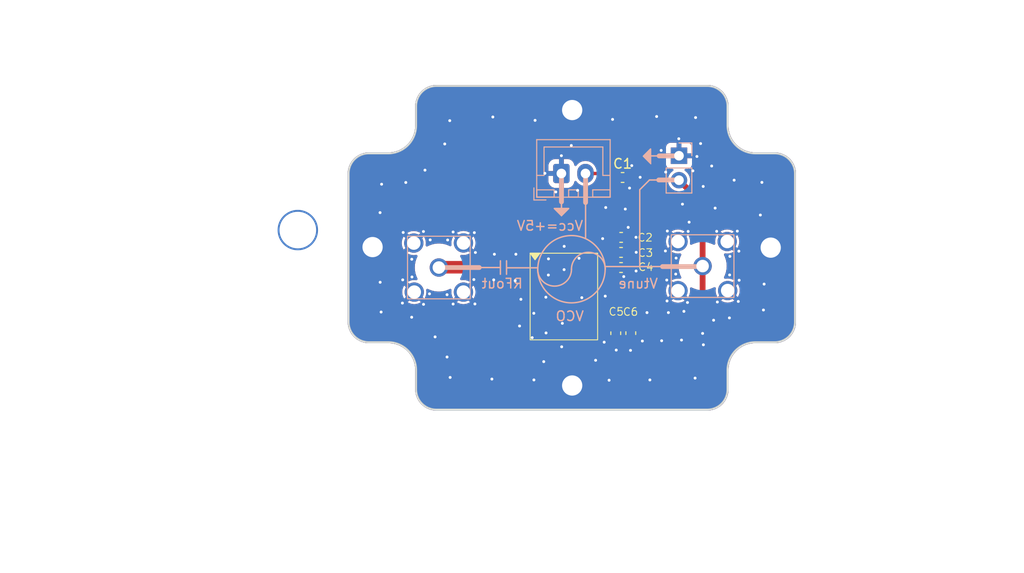
<source format=kicad_pcb>
(kicad_pcb (version 20240108) (generator "pcbnew") (generator_version "8.0")
  (layers (0 "F.Cu" signal) (31 "B.Cu" signal) (34 "B.Paste" user) (35 "F.Paste" user) (36 "B.SilkS" user "B.Silkscreen") (37 "F.SilkS" user "F.Silkscreen") (38 "B.Mask" user) (39 "F.Mask" user) (44 "Edge.Cuts" user))
  (net 0 "")
  (net 1 "GND")
  (net 2 "Net-(J1-Pin_2)")
  (net 3 "Net-(J2-Pin_2)")
  (net 4 "Net-(U1-RF)")
  (footprint "Capacitor_SMD:C_0603_1608Metric" (layer "F.Cu") (at 150.66 63.87)
    (property "Reference" "C2" (at 2.49 0.02 180) (layer "F.SilkS") (effects (font (size 0.8 0.8) (thickness 0.1))))
    (property "Value" "1uF")
    (fp_line (start -0.14058 -0.51) (end 0.14058 -0.51) (stroke (width 0.12)) (layer "F.SilkS"))
    (fp_line (start -0.14058 0.51) (end 0.14058 0.51) (stroke (width 0.12)) (layer "F.SilkS"))
    (pad "1" smd roundrect (at -0.775 0) (size 0.9 0.95) (layers "F.Cu" "F.Paste" "F.Mask") (net 2 "Net-(J1-Pin_2)"))
    (pad "2" smd roundrect (at 0.775 0) (size 0.9 0.95) (layers "F.Cu" "F.Paste" "F.Mask") (net 1 "GND"))
  )
  (footprint "Capacitor_SMD:C_0603_1608Metric" (layer "F.Cu") (at 150.81 57.65)
    (property "Reference" "C1" (at 0 -1.43 0) (layer "F.SilkS"))
    (property "Value" "10uF")
    (fp_line (start -0.14058 -0.51) (end 0.14058 -0.51) (stroke (width 0.12)) (layer "F.SilkS"))
    (fp_line (start -0.14058 0.51) (end 0.14058 0.51) (stroke (width 0.12)) (layer "F.SilkS"))
    (pad "1" smd roundrect (at -0.775 0) (size 0.9 0.95) (layers "F.Cu" "F.Paste" "F.Mask") (net 2 "Net-(J1-Pin_2)"))
    (pad "2" smd roundrect (at 0.775 0) (size 0.9 0.95) (layers "F.Cu" "F.Paste" "F.Mask") (net 1 "GND"))
  )
  (footprint "Capacitor_SMD:C_0603_1608Metric" (layer "F.Cu") (at 150.65 67)
    (property "Reference" "C4" (at 2.57 -0.05 180) (layer "F.SilkS") (effects (font (size 0.8 0.8) (thickness 0.1))))
    (property "Value" "0.1nF")
    (fp_line (start -0.14058 -0.51) (end 0.14058 -0.51) (stroke (width 0.12)) (layer "F.SilkS"))
    (fp_line (start -0.14058 0.51) (end 0.14058 0.51) (stroke (width 0.12)) (layer "F.SilkS"))
    (pad "1" smd roundrect (at -0.775 0) (size 0.9 0.95) (layers "F.Cu" "F.Paste" "F.Mask") (net 2 "Net-(J1-Pin_2)"))
    (pad "2" smd roundrect (at 0.775 0) (size 0.9 0.95) (layers "F.Cu" "F.Paste" "F.Mask") (net 1 "GND"))
  )
  (footprint "MUSIC_Lab:VCO_ysgm" (layer "F.Cu") (at 144.72 70.01)
    (property "Reference" "U1" (hide yes))
    (property "Value" "~" (hide yes))
    (fp_rect (start -3.5 -4.5) (end 3.5 4.5) (stroke (width 0.1)) (fill none) (layer "F.SilkS"))
    (fp_poly (pts (xy -3.5 -4.5) (xy -2.482684 -4.502684) (xy -2.992684 -3.812684)) (stroke (width 0.1)) (fill solid) (layer "F.SilkS"))
    (pad "1" smd roundrect (at 3.1 3) (size 1.6 1.6) (layers "F.Cu" "F.Paste" "F.Mask") (net 3 "Net-(J2-Pin_2)"))
    (pad "2" smd roundrect (at 3.1 0) (size 1.6 2.6) (layers "F.Cu" "F.Paste" "F.Mask") (net 1 "GND"))
    (pad "3" smd roundrect (at 3.1 -3) (size 1.6 1.6) (layers "F.Cu" "F.Paste" "F.Mask") (net 2 "Net-(J1-Pin_2)"))
    (pad "4" smd roundrect (at 0 -4.05) (size 2 1.5) (layers "F.Cu" "F.Paste" "F.Mask") (net 1 "GND"))
    (pad "5" smd roundrect (at -3.1 -3) (size 1.6 1.6) (layers "F.Cu" "F.Paste" "F.Mask") (net 4 "Net-(U1-RF)"))
    (pad "6" smd roundrect (at -3.1 0) (size 1.6 2.6) (layers "F.Cu" "F.Paste" "F.Mask") (net 1 "GND"))
    (pad "7" smd roundrect (at -3.1 3) (size 1.6 1.6) (layers "F.Cu" "F.Paste" "F.Mask") (net 1 "GND"))
    (pad "8" smd roundrect (at 0 4.05) (size 2 1.5) (layers "F.Cu" "F.Paste" "F.Mask") (net 1 "GND"))
  )
  (footprint "Capacitor_SMD:C_0603_1608Metric" (layer "F.Cu") (at 150.65 65.43)
    (property "Reference" "C3" (at 2.54 0.0508 180) (layer "F.SilkS") (effects (font (size 0.8 0.8) (thickness 0.1))))
    (property "Value" "0.1uF")
    (fp_line (start -0.14058 -0.51) (end 0.14058 -0.51) (stroke (width 0.12)) (layer "F.SilkS"))
    (fp_line (start -0.14058 0.51) (end 0.14058 0.51) (stroke (width 0.12)) (layer "F.SilkS"))
    (pad "1" smd roundrect (at -0.775 0) (size 0.9 0.95) (layers "F.Cu" "F.Paste" "F.Mask") (net 2 "Net-(J1-Pin_2)"))
    (pad "2" smd roundrect (at 0.775 0) (size 0.9 0.95) (layers "F.Cu" "F.Paste" "F.Mask") (net 1 "GND"))
  )
  (footprint "Capacitor_SMD:C_0603_1608Metric" (layer "F.Cu") (at 151.66 73.81 -90)
    (property "Reference" "C6" (at -2.2098 0.0254 180) (layer "F.SilkS") (effects (font (size 0.8 0.8) (thickness 0.1))))
    (property "Value" "10uF")
    (fp_line (start -0.14058 0.51) (end 0.14058 0.51) (stroke (width 0.12)) (layer "F.SilkS"))
    (fp_line (start -0.14058 -0.51) (end 0.14058 -0.51) (stroke (width 0.12)) (layer "F.SilkS"))
    (pad "1" smd roundrect (at -0.775 0 270) (size 0.9 0.95) (layers "F.Cu" "F.Paste" "F.Mask") (net 3 "Net-(J2-Pin_2)"))
    (pad "2" smd roundrect (at 0.775 0 270) (size 0.9 0.95) (layers "F.Cu" "F.Paste" "F.Mask") (net 1 "GND"))
  )
  (footprint "MUSIC_Lab:Outline_3x2_cavity_20231207" (layer "F.Cu") (at 86.475614 65.779733)
    (property "Reference" "outline1" (hide yes))
    (property "Value" "~" (hide yes))
    (fp_poly (pts (arc (start 40.014266 -10.63046) (mid 42.065222 -11.479792) (end 42.915266 -13.53046)) (arc (start 42.915266 -15.53146) (mid 43.519059 -17.004615) (end 44.983086 -17.630228)) (arc (start 73.218048 -17.630228) (mid 74.636163 -16.979894) (end 75.215266 -15.531228)) (arc (start 75.215266 -13.53046) (mid 76.065266 -11.479773) (end 78.116266 -10.63046)) (arc (start 80.115266 -10.63046) (mid 81.600154 -10.015368) (end 82.215266 -8.53046)) (arc (start 82.215266 6.870172) (mid 81.600201 8.355102) (end 80.115266 8.970172)) (arc (start 78.116266 8.970172) (mid 76.065327 9.819526) (end 75.215266 11.870172)) (arc (start 75.215266 13.871172) (mid 74.600141 15.355749) (end 73.115266 15.970172)) (arc (start 45.015266 15.970172) (mid 43.530389 15.355755) (end 42.915266 13.871171)) (arc (start 42.915266 11.870171) (mid 42.065217 9.819513) (end 40.014266 8.970171)) (arc (start 38.015266 8.970171) (mid 36.530329 8.355108) (end 35.915266 6.870171)) (arc (start 35.915266 -8.53046) (mid 36.530335 -10.015387) (end 38.015266 -10.63046))) (stroke (width 0.2)) (fill none) (layer "Edge.Cuts"))
    (pad "1" thru_hole circle (at 38.398739 -0.903309) (size 3 3) (drill 2.1) (layers "*.Cu" "*.Mask") (net 1 "GND"))
    (pad "1" thru_hole custom (at 59.10404 -15.129639) (size 3 3) (drill 2.1) (layers "*.Cu" "*.Mask") (net 1 "GND") (options (clearance outline) (anchor circle)) (primitives (gr_rect (start -14.1641 -2.491458) (end 14.10596 -0.489264) (width 0.2) (fill yes)) (gr_line (start -14.117481 -2.5) (end -14.117481 -2.5) (width 0.2)) (gr_arc (start -3.872983 -0.5) (mid -2.954391 -0.185897) (end -2.420613 0.625) (width 0.2)) (gr_arc (start 2.420614 0.625) (mid 0 2.499999) (end -2.420614 0.625) (width 0.2)) (gr_arc (start 2.420614 0.625) (mid 2.954419 -0.185861) (end 3.872983 -0.5) (width 0.2)) (gr_arc (start 12.614699 -0.5) (mid 13.675348 -0.060649) (end 14.1147 0.999999) (width 0.2)) (gr_line (start 14.114699 1.600113) (end 14.114699 0.999999) (width 0.2)) (gr_arc (start 14.117481 -2.5) (mid 15.535602 -1.849667) (end 16.114706 -0.401) (width 0.2)) (gr_line (start 16.114699 1.599768) (end 16.114699 -0.401) (width 0.2)) (gr_arc (start 19.015699 4.499768) (mid 16.964748 3.650436) (end 16.114732 1.599768) (width 0.2)) (gr_line (start 21.014699 4.499768) (end 19.015699 4.499768) (width 0.2)) (gr_arc (start 19.015699 6.499768) (mid 15.550636 5.06478) (end 14.114692 1.600113) (width 0.2)) (gr_line (start 19.614699 6.499768) (end 19.015699 6.499768) (width 0.2)) (gr_arc (start 19.614699 6.499768) (mid 20.675371 6.939106) (end 21.114732 7.999768) (width 0.2)) (gr_rect (start 21.075272 6.569293) (end 23.114699 22.0004) (width 0.2) (fill yes)) (gr_arc (start 19.990449 16.720375) (mid 20.800747 17.25433) (end 21.114695 18.17255) (width 0.2)) (gr_arc (start 19.990449 16.720375) (mid 18.116681 14.300081) (end 19.990447 11.879785) (width 0.2)) (gr_arc (start 21.014699 4.499768) (mid 22.499635 5.114841) (end 23.114732 6.599768) (width 0.2)) (gr_arc (start 21.114699 10.427617) (mid 20.800784 11.34586) (end 19.990445 11.879775) (width 0.2)) (gr_arc (start 21.114699 20.6004) (mid 20.675365 21.661066) (end 19.614699 22.100399) (width 0.2)) (gr_line (start 19.614699 22.1004) (end 19.015699 22.1004) (width 0.2)) (gr_arc (start 14.114699 27.000055) (mid 15.550667 23.535417) (end 19.015699 22.100399) (width 0.2)) (gr_line (start 14.114699 27.000055) (end 14.114699 27.6004) (width 0.2)) (gr_arc (start 14.114699 27.6004) (mid 13.675365 28.661066) (end 12.614699 29.100399) (width 0.2)) (gr_rect (start -14.085301 29.100168) (end 14.074699 31.1004) (width 0.2) (fill yes)) (gr_arc (start -14.085301 31.1004) (mid -15.570176 30.485982) (end -16.185301 29.001399) (width 0.2)) (gr_line (start -16.185301 27.000399) (end -16.185301 29.001399) (width 0.2)) (gr_arc (start -19.086301 24.100399) (mid -17.035349 24.94974) (end -16.185301 27.000399) (width 0.2)) (gr_line (start -21.085301 24.100399) (end -19.086301 24.100399) (width 0.2)) (gr_arc (start -21.085301 24.100399) (mid -22.570236 23.485334) (end -23.185301 22.000399) (width 0.2)) (gr_rect (start -23.183263 6.46226) (end -21.185301 21.990399) (width 0.2) (fill yes)) (gr_line (start -23.185301 6.599768) (end -23.185301 6.599768) (width 0.2)) (gr_arc (start -19.685301 22.100399) (mid -20.745973 21.661071) (end -21.185301 20.600399) (width 0.2)) (gr_line (start -19.685301 22.100399) (end -19.086301 22.100399) (width 0.2)) (gr_arc (start -19.086301 22.100399) (mid -15.621245 23.535393) (end -14.185301 27.000055) (width 0.2)) (gr_line (start -14.185301 27.000055) (end -14.185301 27.6004) (width 0.2)) (gr_arc (start -12.685301 29.1004) (mid -13.745973 28.661072) (end -14.185301 27.6004) (width 0.2)) (gr_arc (start -2.421076 27.974326) (mid -2.95473 28.785908) (end -3.873722 29.1004) (width 0.2)) (gr_arc (start -2.421076 27.974326) (mid 0 26.097536) (end 2.421076 27.974326) (width 0.2)) (gr_arc (start 3.873722 29.1004) (mid 2.954756 28.785874) (end 2.421077 27.974326) (width 0.2)) (gr_arc (start 16.114699 29.0014) (mid 15.499568 30.485976) (end 14.014699 31.100399) (width 0.2)) (gr_line (start 16.114699 27.0004) (end 16.114699 29.0014) (width 0.2)) (gr_arc (start 16.114699 27.0004) (mid 16.964759 24.949753) (end 19.015699 24.100399) (width 0.2)) (gr_line (start 21.014699 24.1004) (end 19.015699 24.1004) (width 0.2)) (gr_arc (start 23.114699 22.0004) (mid 22.499629 23.48533) (end 21.014699 24.100399) (width 0.2)) (gr_circle (center 0 0) (end 1 0) (width 0.2) (fill no)) (gr_circle (center 0 28.597536) (end 1 28.597536) (width 0.2) (fill no)) (gr_circle (center 20.616699 14.300084) (end 21.616699 14.300084) (width 0.2) (fill no)) (gr_poly (pts (xy -19.685301 14.300084) (xy -19.704516 14.104994) (xy -19.761421 13.917401) (xy -19.853831 13.744514) (xy -19.978194 13.592977) (xy -20.129731 13.468614) (xy -20.302618 13.376204) (xy -20.490211 13.319299) (xy -20.685301 13.300084) (xy -20.880391 13.319299) (xy -21.067984 13.376204) (xy -21.240871 13.468614) (xy -21.392408 13.592977) (xy -21.516771 13.744514) (xy -21.609181 13.917401) (xy -21.666086 14.104994) (xy -21.685301 14.300084) (xy -21.666086 14.495174) (xy -21.609181 14.682767) (xy -21.516771 14.855654) (xy -21.392408 15.007191) (xy -21.240871 15.131554) (xy -21.067984 15.223964) (xy -20.880391 15.280869) (xy -20.685301 15.300084) (xy -20.490211 15.280869) (xy -20.302618 15.223964) (xy -20.129731 15.131554) (xy -19.978194 15.007191) (xy -19.853831 14.855654) (xy -19.761421 14.682767) (xy -19.704516 14.495174) (xy -19.685301 14.300084)) (width 0.2) (fill no)) (gr_poly (pts (xy -23.17404 10.239639) (arc (start -21.185301 10.4271) (mid -20.87116 11.345664) (end -20.060301 11.879469)) (arc (start -20.060301 11.879469) (mid -18.185305 14.30008) (end -20.060301 16.720698)) (arc (start -20.060301 16.720698) (mid -20.871162 17.254503) (end -21.185301 18.173067)) (xy -23.18404 18.199639)) (width 0.2) (fill yes)) (gr_poly (pts (xy -4.061183 31.089139) (arc (start -3.873722 29.1004) (mid -2.955158 28.786259) (end -2.421353 27.9754)) (arc (start -2.421353 27.9754) (mid -0.000742 26.100404) (end 2.419876 27.9754)) (arc (start 2.419876 27.9754) (mid 2.953681 28.786261) (end 3.872245 29.1004)) (xy 3.898817 31.099139)) (width 0.2) (fill yes)) (gr_poly (pts (xy 4.254003 -2.479042) (arc (start 4.066542 -0.490303) (mid 3.147978 -0.176162) (end 2.614173 0.634697)) (arc (start 2.614173 0.634697) (mid 0.193562 2.509693) (end -2.227056 0.634697)) (arc (start -2.227056 0.634697) (mid -2.760861 -0.176164) (end -3.679425 -0.490303)) (xy -3.705997 -2.489042)) (width 0.2) (fill yes)) (gr_poly (pts (xy 23.103438 18.360011) (arc (start 21.114699 18.17255) (mid 20.800558 17.253986) (end 19.989699 16.720181)) (arc (start 19.989699 16.720181) (mid 18.114703 14.29957) (end 19.989699 11.878952)) (arc (start 19.989699 11.878952) (mid 20.80056 11.345147) (end 21.114699 10.426583)) (xy 23.113438 10.400011)) (width 0.2) (fill yes)) (gr_poly (pts (arc (start -19.085188 22.100399) (mid -15.620532 23.536352) (end -14.185533 27.001399)) (arc (start -14.185533 27.600399) (mid -13.746198 28.661067) (end -12.685533 29.100399)) (arc (start -14.085533 31.100399) (mid -15.570462 30.485331) (end -16.185533 29.000399)) (arc (start -16.185533 27.001399) (mid -17.034868 24.950444) (end -19.085533 24.100399)) (arc (start -21.086533 24.100399) (mid -22.55969 23.496607) (end -23.185301 22.032579)) (arc (start -21.185301 20.600399) (mid -20.745958 21.661049) (end -19.685302 22.100399))) (width 0.2) (fill yes)) (gr_poly (pts (arc (start -14.185301 1.600113) (mid -15.621254 5.064769) (end -19.086301 6.499768)) (arc (start -19.685301 6.499768) (mid -20.745969 6.939103) (end -21.185301 7.999768)) (arc (start -23.185301 6.599768) (mid -22.570233 5.114839) (end -21.085301 4.499768)) (arc (start -19.086301 4.499768) (mid -17.035346 3.650433) (end -16.185301 1.599768)) (arc (start -16.185301 -0.401232) (mid -15.581509 -1.874389) (end -14.117481 -2.5)) (arc (start -12.685301 -0.5) (mid -13.745951 -0.060657) (end -14.185301 0.999999))) (width 0.2) (fill yes)) (gr_poly (pts (arc (start 14.114699 27.000055) (mid 15.550652 23.535399) (end 19.015699 22.1004)) (arc (start 19.614699 22.1004) (mid 20.675367 21.661065) (end 21.114699 20.6004)) (arc (start 23.114699 22.0004) (mid 22.499631 23.485329) (end 21.014699 24.1004)) (arc (start 19.015699 24.1004) (mid 16.964744 24.949735) (end 16.114699 27.0004)) (arc (start 16.114699 29.0014) (mid 15.510907 30.474557) (end 14.046879 31.100168)) (arc (start 12.614699 29.100168) (mid 13.675349 28.660825) (end 14.114699 27.600169))) (width 0.2) (fill yes)) (gr_poly (pts (arc (start 19.014354 6.5) (mid 15.549698 5.064047) (end 14.114699 1.599)) (arc (start 14.114699 1) (mid 13.675364 -0.060668) (end 12.614699 -0.5)) (arc (start 14.014699 -2.5) (mid 15.499628 -1.884932) (end 16.114699 -0.4)) (arc (start 16.114699 1.599) (mid 16.964034 3.649955) (end 19.014699 4.5)) (arc (start 21.015699 4.5) (mid 22.488856 5.103792) (end 23.114467 6.56782)) (arc (start 21.114467 8) (mid 20.675124 6.93935) (end 19.614468 6.5))) (width 0.2) (fill yes))))
    (pad "1" thru_hole circle (at 59.10404 13.467897) (size 3 3) (drill 2.1) (layers "*.Cu" "*.Mask") (net 1 "GND"))
    (pad "1" thru_hole circle (at 79.699312 -0.844793) (size 3 3) (drill 2.1) (layers "*.Cu" "*.Mask") (net 1 "GND"))
  )
  (footprint "Capacitor_SMD:C_0603_1608Metric" (layer "F.Cu") (at 150.1 73.82 -90)
    (property "Reference" "C5" (at -2.2352 -0.0508 180) (layer "F.SilkS") (effects (font (size 0.8 0.8) (thickness 0.1))))
    (property "Value" "1uF")
    (fp_line (start -0.14058 0.51) (end 0.14058 0.51) (stroke (width 0.12)) (layer "F.SilkS"))
    (fp_line (start -0.14058 -0.51) (end 0.14058 -0.51) (stroke (width 0.12)) (layer "F.SilkS"))
    (pad "1" smd roundrect (at -0.775 0 270) (size 0.9 0.95) (layers "F.Cu" "F.Paste" "F.Mask") (net 3 "Net-(J2-Pin_2)"))
    (pad "2" smd roundrect (at 0.775 0 270) (size 0.9 0.95) (layers "F.Cu" "F.Paste" "F.Mask") (net 1 "GND"))
  )
  (footprint "Connector_JST:JST_XH_B2B-XH-A_1x02_P2.50mm_Vertical" (layer "B.Cu") (at 144.46 57.235)
    (property "Reference" "J1" (hide yes))
    (property "Value" "Conn_01x02_Pin")
    (fp_line (start -2.85 1.5) (end -2.85 2.75) (stroke (width 0.12)) (layer "B.SilkS"))
    (fp_line (start -2.85 2.75) (end -1.6 2.75) (stroke (width 0.12)) (layer "B.SilkS"))
    (fp_line (start -2.56 -3.51) (end -2.56 2.46) (stroke (width 0.12)) (layer "B.SilkS"))
    (fp_line (start -2.56 2.46) (end 5.06 2.46) (stroke (width 0.12)) (layer "B.SilkS"))
    (fp_line (start -2.55 1.7) (end -2.55 2.45) (stroke (width 0.12)) (layer "B.SilkS"))
    (fp_line (start -2.55 2.45) (end -0.75 2.45) (stroke (width 0.12)) (layer "B.SilkS"))
    (fp_line (start -1.8 -2.75) (end -1.8 0.2) (stroke (width 0.12)) (layer "B.SilkS"))
    (fp_line (start -1.8 0.2) (end -2.55 0.2) (stroke (width 0.12)) (layer "B.SilkS"))
    (fp_line (start -0.75 1.7) (end -2.55 1.7) (stroke (width 0.12)) (layer "B.SilkS"))
    (fp_line (start -0.75 2.45) (end -0.75 1.7) (stroke (width 0.12)) (layer "B.SilkS"))
    (fp_line (start 0.75 1.7) (end 0.75 2.45) (stroke (width 0.12)) (layer "B.SilkS"))
    (fp_line (start 0.75 2.45) (end 1.75 2.45) (stroke (width 0.12)) (layer "B.SilkS"))
    (fp_line (start 1.25 -2.75) (end -1.8 -2.75) (stroke (width 0.12)) (layer "B.SilkS"))
    (fp_line (start 1.25 -2.75) (end 4.3 -2.75) (stroke (width 0.12)) (layer "B.SilkS"))
    (fp_line (start 1.75 1.7) (end 0.75 1.7) (stroke (width 0.12)) (layer "B.SilkS"))
    (fp_line (start 1.75 2.45) (end 1.75 1.7) (stroke (width 0.12)) (layer "B.SilkS"))
    (fp_line (start 3.25 1.7) (end 3.25 2.45) (stroke (width 0.12)) (layer "B.SilkS"))
    (fp_line (start 3.25 2.45) (end 5.05 2.45) (stroke (width 0.12)) (layer "B.SilkS"))
    (fp_line (start 4.3 -2.75) (end 4.3 0.2) (stroke (width 0.12)) (layer "B.SilkS"))
    (fp_line (start 4.3 0.2) (end 5.05 0.2) (stroke (width 0.12)) (layer "B.SilkS"))
    (fp_line (start 5.05 1.7) (end 3.25 1.7) (stroke (width 0.12)) (layer "B.SilkS"))
    (fp_line (start 5.05 2.45) (end 5.05 1.7) (stroke (width 0.12)) (layer "B.SilkS"))
    (fp_line (start 5.06 -3.51) (end -2.56 -3.51) (stroke (width 0.12)) (layer "B.SilkS"))
    (fp_line (start 5.06 2.46) (end 5.06 -3.51) (stroke (width 0.12)) (layer "B.SilkS"))
    (pad "1" thru_hole roundrect (at 0 0) (size 1.7 2) (drill 1) (layers "*.Cu" "*.Mask") (roundrect_rratio 0.147059) (net 1 "GND"))
    (pad "2" thru_hole oval (at 2.5 0) (size 1.7 2) (drill 1) (layers "*.Cu" "*.Mask") (net 2 "Net-(J1-Pin_2)"))
  )
  (footprint "MUSIC_Lab:SMA_KHD_Back" (layer "B.Cu") (at 131.75 67)
    (property "Reference" "SMA1" (hide yes))
    (property "Value" "~" (hide yes))
    (fp_rect (start 3.25 -3.25) (end -3.25 3.25) (stroke (width 0.12)) (fill none) (layer "B.SilkS"))
    (pad "1" thru_hole circle (at 0 0) (size 1.9 1.9) (drill 1.3) (layers "*.Cu" "*.Mask") (net 4 "Net-(U1-RF)"))
    (pad "2" thru_hole circle (at -2.6 -2.54) (size 2 2) (drill 1.4) (layers "*.Cu" "*.Mask") (net 1 "GND") (thermal_bridge_width 0.5) (thermal_gap 0.25))
    (pad "2" thru_hole circle (at -2.55 2.55) (size 2 2) (drill 1.4) (layers "*.Cu" "*.Mask") (net 1 "GND") (thermal_bridge_width 0.5) (thermal_gap 0.25))
    (pad "2" thru_hole circle (at 2.55 -2.55) (size 2 2) (drill 1.4) (layers "*.Cu" "*.Mask") (net 1 "GND") (thermal_bridge_width 0.5) (thermal_gap 0.25))
    (pad "2" thru_hole circle (at 2.55 2.55) (size 2 2) (drill 1.4) (layers "*.Cu" "*.Mask") (net 1 "GND") (thermal_bridge_width 0.5) (thermal_gap 0.25))
    (zone (net 0) (net_name "") (layers "*.Cu") (connect_pads (clearance 0)) (min_thickness 0.25)
      (keepout (tracks allowed) (vias not_allowed) (pads allowed) (copperpour not_allowed) (footprints allowed))
      (fill (thermal_gap 0.5) (thermal_bridge_width 0.5))
      (polygon (pts (xy 134.25 67) (xy 134.230287 67.313333) (xy 134.171458 67.621725) (xy 134.074441 67.920311) (xy 133.940767 68.204384) (xy 133.772542 68.469463) (xy 133.572422 68.711368) (xy 133.34356 68.926283) (xy 133.089567 69.11082) (xy 132.814448 69.262068) (xy 132.522542 69.377641) (xy 132.218453 69.455718) (xy 131.906976 69.495067) (xy 131.593024 69.495067) (xy 131.281547 69.455718) (xy 130.977458 69.377641) (xy 130.685552 69.262068) (xy 130.410433 69.11082) (xy 130.15644 68.926283) (xy 129.927578 68.711368) (xy 129.727458 68.469463) (xy 129.559233 68.204384) (xy 129.425559 67.920311) (xy 129.328542 67.621725) (xy 129.269713 67.313333) (xy 129.25 67) (xy 129.269713 66.686667) (xy 129.328542 66.378275) (xy 129.425559 66.079689) (xy 129.559233 65.795616) (xy 129.727458 65.530537) (xy 129.927578 65.288632) (xy 130.15644 65.073717) (xy 130.410433 64.88918) (xy 130.685552 64.737932) (xy 130.977458 64.622359) (xy 131.281547 64.544282) (xy 131.593024 64.504933) (xy 131.906976 64.504933) (xy 132.218453 64.544282) (xy 132.522542 64.622359) (xy 132.814448 64.737932) (xy 133.089567 64.88918) (xy 133.34356 65.073717) (xy 133.572422 65.288632) (xy 133.772542 65.530537) (xy 133.940767 65.795616) (xy 134.074441 66.079689) (xy 134.171458 66.378275) (xy 134.230287 66.686667)))
    )
  )
  (footprint "Connector_PinHeader_2.54mm:PinHeader_1x02_P2.54mm_Vertical" (layer "B.Cu") (at 156.66 55.395 180)
    (property "Reference" "J2" (hide yes))
    (property "Value" "Conn_01x02_Pin")
    (fp_line (start 1.33 -1.27) (end -1.33 -1.27) (stroke (width 0.12)) (layer "B.SilkS"))
    (fp_line (start 1.33 -3.87) (end 1.33 -1.27) (stroke (width 0.12)) (layer "B.SilkS"))
    (fp_line (start 1.33 -3.87) (end -1.33 -3.87) (stroke (width 0.12)) (layer "B.SilkS"))
    (fp_line (start 0 1.33) (end -1.33 1.33) (stroke (width 0.12)) (layer "B.SilkS"))
    (fp_line (start -1.33 1.33) (end -1.33 0) (stroke (width 0.12)) (layer "B.SilkS"))
    (fp_line (start -1.33 -3.87) (end -1.33 -1.27) (stroke (width 0.12)) (layer "B.SilkS"))
    (pad "1" thru_hole rect (at 0 0 180) (size 1.7 1.7) (drill 1) (layers "*.Cu" "*.Mask") (net 1 "GND"))
    (pad "2" thru_hole oval (at 0 -2.54 180) (size 1.7 1.7) (drill 1) (layers "*.Cu" "*.Mask") (net 3 "Net-(J2-Pin_2)"))
  )
  (footprint "MUSIC_Lab:SMA_KHD_Back" (layer "B.Cu") (at 159.11 66.85 180)
    (property "Reference" "SMA2" (hide yes))
    (property "Value" "~" (hide yes))
    (fp_rect (start 3.25 -3.25) (end -3.25 3.25) (stroke (width 0.12)) (fill none) (layer "B.SilkS"))
    (pad "1" thru_hole circle (at 0 0 180) (size 1.9 1.9) (drill 1.3) (layers "*.Cu" "*.Mask") (net 3 "Net-(J2-Pin_2)"))
    (pad "2" thru_hole circle (at -2.6 -2.54 180) (size 2 2) (drill 1.4) (layers "*.Cu" "*.Mask") (net 1 "GND") (thermal_bridge_width 0.5) (thermal_gap 0.25))
    (pad "2" thru_hole circle (at -2.55 2.55 180) (size 2 2) (drill 1.4) (layers "*.Cu" "*.Mask") (net 1 "GND") (thermal_bridge_width 0.5) (thermal_gap 0.25))
    (pad "2" thru_hole circle (at 2.55 -2.55 180) (size 2 2) (drill 1.4) (layers "*.Cu" "*.Mask") (net 1 "GND") (thermal_bridge_width 0.5) (thermal_gap 0.25))
    (pad "2" thru_hole circle (at 2.55 2.55 180) (size 2 2) (drill 1.4) (layers "*.Cu" "*.Mask") (net 1 "GND") (thermal_bridge_width 0.5) (thermal_gap 0.25))
    (zone (net 0) (net_name "") (layers "*.Cu") (connect_pads (clearance 0)) (min_thickness 0.25)
      (keepout (tracks allowed) (vias not_allowed) (pads allowed) (copperpour not_allowed) (footprints allowed))
      (fill (thermal_gap 0.5) (thermal_bridge_width 0.5))
      (polygon (pts (xy 156.61 66.85) (xy 156.629713 66.536667) (xy 156.688542 66.228275) (xy 156.785559 65.929689) (xy 156.919233 65.645616) (xy 157.087458 65.380537) (xy 157.287578 65.138632) (xy 157.51644 64.923717) (xy 157.770433 64.73918) (xy 158.045552 64.587932) (xy 158.337458 64.472359) (xy 158.641547 64.394282) (xy 158.953024 64.354933) (xy 159.266976 64.354933) (xy 159.578453 64.394282) (xy 159.882542 64.472359) (xy 160.174448 64.587932) (xy 160.449567 64.73918) (xy 160.70356 64.923717) (xy 160.932422 65.138632) (xy 161.132542 65.380537) (xy 161.300767 65.645616) (xy 161.434441 65.929689) (xy 161.531458 66.228275) (xy 161.590287 66.536667) (xy 161.61 66.85) (xy 161.590287 67.163333) (xy 161.531458 67.471725) (xy 161.434441 67.770311) (xy 161.300767 68.054384) (xy 161.132542 68.319463) (xy 160.932422 68.561368) (xy 160.70356 68.776283) (xy 160.449567 68.96082) (xy 160.174448 69.112068) (xy 159.882542 69.227641) (xy 159.578453 69.305718) (xy 159.266976 69.345067) (xy 158.953024 69.345067) (xy 158.641547 69.305718) (xy 158.337458 69.227641) (xy 158.045552 69.112068) (xy 157.770433 68.96082) (xy 157.51644 68.776283) (xy 157.287578 68.561368) (xy 157.087458 68.319463) (xy 156.919233 68.054384) (xy 156.785559 67.770311) (xy 156.688542 67.471725) (xy 156.629713 67.163333)))
    )
  )
  (gr_circle (center 117.12 63.11) (end 119.12 63.11) (stroke (width 0.2)) (fill none) (layer "B.Cu"))
  (gr_line (start 144.47 60.18) (end 144.47 57.3602) (stroke (width 0.5)) (layer "B.SilkS"))
  (gr_circle (center 145.50612 67.17388) (end 143.03612 69.64388) (stroke (width 0.15)) (fill none) (layer "B.SilkS"))
  (gr_line (start 146.97 57.3295) (end 146.97 60.2505) (stroke (width 0.5)) (layer "B.SilkS"))
  (gr_line (start 152.59 66.91) (end 152.59 58.92) (stroke (width 0.15)) (layer "B.SilkS"))
  (gr_line (start 153.71 55.41) (end 154.6 55.41) (stroke (width 0.15)) (layer "B.SilkS"))
  (gr_line (start 135.936 67) (end 138.1348 67) (stroke (width 0.15)) (layer "B.SilkS"))
  (gr_line (start 132.04 67) (end 135.936 67) (stroke (width 0.5)) (layer "B.SilkS"))
  (gr_line (start 159.03 66.9) (end 154.95 66.9) (stroke (width 0.5)) (layer "B.SilkS"))
  (gr_poly (pts (xy 145.2135 60.87) (xy 143.7265 60.87) (xy 144.47 61.6135)) (stroke (width 0.15)) (fill solid) (layer "B.SilkS"))
  (gr_arc (start 145.50612 67.17388) (mid 143.75224 68.927759) (end 141.99836 67.17388) (stroke (width 0.15)) (layer "B.SilkS"))
  (gr_line (start 153.6 57.91) (end 152.618414 58.891586) (stroke (width 0.15)) (layer "B.SilkS"))
  (gr_line (start 154.6 55.41) (end 156.6733 55.41) (stroke (width 0.5)) (layer "B.SilkS"))
  (gr_line (start 138.1348 66.3015) (end 138.1348 67.6985) (stroke (width 0.15)) (layer "B.SilkS"))
  (gr_line (start 142 67.027818) (end 138.833618 67.027818) (stroke (width 0.15)) (layer "B.SilkS"))
  (gr_line (start 138.769798 66.3015) (end 138.769798 67.6985) (stroke (width 0.15)) (layer "B.SilkS"))
  (gr_line (start 146.97 60.5299) (end 146.97 63.89) (stroke (width 0.15)) (layer "B.SilkS"))
  (gr_line (start 156.703999 57.91) (end 154.56 57.91) (stroke (width 0.5)) (layer "B.SilkS"))
  (gr_line (start 144.47 60.87) (end 144.47 59.7355) (stroke (width 0.15)) (layer "B.SilkS"))
  (gr_poly (pts (xy 153.71 56.1835) (xy 153.71 54.6965) (xy 152.9665 55.44)) (stroke (width 0.15)) (fill solid) (layer "B.SilkS"))
  (gr_line (start 153.6 57.91) (end 154.56 57.91) (stroke (width 0.15)) (layer "B.SilkS"))
  (gr_arc (start 145.50612 67.17388) (mid 147.26 65.42) (end 149.01388 67.17388) (stroke (width 0.15)) (layer "B.SilkS"))
  (gr_line (start 149.09 66.9) (end 154.95 66.9) (stroke (width 0.15)) (layer "B.SilkS"))
  (gr_text "RFout" (at 140.54 69.25 0) (layer "B.SilkS") (effects (font (size 1 1)) (justify left bottom mirror)))
  (gr_text "Vcc=+5V" (at 146.8 63.25 0) (layer "B.SilkS") (effects (font (size 1 1)) (justify left bottom mirror)))
  (gr_text "VCO" (at 145.33 72.05 0) (layer "B.SilkS") (effects (font (size 1 1)) (justify mirror)))
  (gr_text "Vtune" (at 154.56 69.25 0) (layer "B.SilkS") (effects (font (size 1 1)) (justify left bottom mirror)))
  (segment (start 148.520094 50.650094) (end 149.6 51.73) (width 1.25) (layer "F.Cu") (net 1))
  (segment (start 142.639906 50.650094) (end 141.52 51.77) (width 1.25) (layer "F.Cu") (net 1))
  (segment (start 145.579654 50.650094) (end 148.520094 50.650094) (width 1.25) (layer "F.Cu") (net 1))
  (segment (start 166.174926 63.154926) (end 165.32 62.3) (width 1.25) (layer "F.Cu") (net 1))
  (segment (start 145.579654 79.24763) (end 147.977284 76.85) (width 1.25) (layer "F.Cu") (net 1))
  (segment (start 124.874353 64.876424) (end 127.127929 67.13) (width 1.25) (layer "F.Cu") (net 1))
  (segment (start 144.079654 77.74763) (end 143.10763 77.74763) (width 1.25) (layer "F.Cu") (net 1))
  (segment (start 127.127929 67.13) (end 127.73 67.13) (width 1.25) (layer "F.Cu") (net 1))
  (segment (start 164.5 63.260014) (end 164.5 62.14) (width 1.25) (layer "F.Cu") (net 1))
  (segment (start 145.579654 79.24763) (end 145.579654 76.289654) (width 1.25) (layer "F.Cu") (net 1))
  (segment (start 145.579654 79.24763) (end 144.079654 77.74763) (width 1.25) (layer "F.Cu") (net 1))
  (segment (start 145.579654 76.289654) (end 145.22 75.93) (width 1.25) (layer "F.Cu") (net 1))
  (segment (start 164.339866 66.77) (end 163 66.77) (width 1.25) (layer "F.Cu") (net 1))
  (segment (start 166.174926 64.93494) (end 166.174926 63.154926) (width 1.25) (layer "F.Cu") (net 1))
  (segment (start 127.370777 62.38) (end 127.59 62.38) (width 1.25) (layer "F.Cu") (net 1))
  (segment (start 124.874353 64.876424) (end 127.370777 62.38) (width 1.25) (layer "F.Cu") (net 1))
  (segment (start 145.579654 53.899654) (end 145.579654 50.650094) (width 1.25) (layer "F.Cu") (net 1))
  (segment (start 166.174926 64.93494) (end 164.5 63.260014) (width 1.25) (layer "F.Cu") (net 1))
  (via (at 150.15 75.57) (size 0.5) (drill 0.3) (layers "F.Cu" "B.Cu") (net 1))
  (via (at 140.26 70.3) (size 0.5) (drill 0.3) (layers "F.Cu" "B.Cu") (net 1))
  (via (at 158.33 78.48) (size 0.5) (drill 0.3) (layers "F.Cu" "B.Cu") (net 1))
  (via (at 160.05 56.46) (size 0.5) (drill 0.3) (layers "F.Cu" "B.Cu") (net 1))
  (via (at 149.77 51.62) (size 0.5) (drill 0.3) (layers "F.Cu" "B.Cu") (net 1))
  (via (at 151.76 56.42) (size 0.5) (drill 0.3) (layers "F.Cu" "B.Cu") (net 1))
  (via (at 125.76 71.62) (size 0.5) (drill 0.3) (layers "F.Cu" "B.Cu") (net 1))
  (via (at 130.15 63.26) (size 0.5) (drill 0.3) (layers "F.Cu" "B.Cu") (net 1))
  (via (at 159.19 75.02) (size 0.5) (drill 0.3) (layers "F.Cu" "B.Cu") (net 1))
  (via (at 135.54 65.44) (size 0.5) (drill 0.3) (layers "F.Cu" "B.Cu") (net 1))
  (via (at 157.17 71.55) (size 0.5) (drill 0.3) (layers "F.Cu" "B.Cu") (net 1))
  (via (at 135.43 63.38) (size 0.5) (drill 0.3) (layers "F.Cu" "B.Cu") (net 1))
  (via (at 139.67 68.37) (size 0.5) (drill 0.3) (layers "F.Cu" "B.Cu") (net 1))
  (via (at 158.52 55.47) (size 0.5) (drill 0.3) (layers "F.Cu" "B.Cu") (net 1))
  (via (at 133.23 63.31) (size 0.5) (drill 0.3) (layers "F.Cu" "B.Cu") (net 1))
  (via (at 153.64 78.67) (size 0.5) (drill 0.3) (layers "F.Cu" "B.Cu") (net 1))
  (via (at 152.22 65.42) (size 0.5) (drill 0.3) (layers "F.Cu" "B.Cu") (net 1))
  (via (at 158.9 54.13) (size 0.5) (drill 0.3) (layers "F.Cu" "B.Cu") (net 1))
  (via (at 141.73 51.72) (size 0.5) (drill 0.3) (layers "F.Cu" "B.Cu") (net 1))
  (via (at 150.93 67.94) (size 0.5) (drill 0.3) (layers "F.Cu" "B.Cu") (net 1))
  (via (at 158.38 51.43) (size 0.5) (drill 0.3) (layers "F.Cu" "B.Cu") (net 1))
  (via (at 132.92 78.41) (size 0.5) (drill 0.3) (layers "F.Cu" "B.Cu") (net 1))
  (via (at 149.06 60.77) (size 0.5) (drill 0.3) (layers "F.Cu" "B.Cu") (net 1))
  (via (at 132.36 54.17) (size 0.5) (drill 0.3) (layers "F.Cu" "B.Cu") (net 1))
  (via (at 142.63 76.77) (size 0.5) (drill 0.3) (layers "F.Cu" "B.Cu") (net 1))
  (via (at 125.65 61.3) (size 0.5) (drill 0.3) (layers "F.Cu" "B.Cu") (net 1))
  (via (at 151.53 58.75) (size 0.5) (drill 0.3) (layers "F.Cu" "B.Cu") (net 1))
  (via (at 128.05 63.36) (size 0.5) (drill 0.3) (layers "F.Cu" "B.Cu") (net 1))
  (via (at 165.49 68.72) (size 0.5) (drill 0.3) (layers "F.Cu" "B.Cu") (net 1))
  (via (at 125.81 58.35) (size 0.5) (drill 0.3) (layers "F.Cu" "B.Cu") (net 1))
  (via (at 154.34 51.32) (size 0.5) (drill 0.3) (layers "F.Cu" "B.Cu") (net 1))
  (via (at 165.1 61.55) (size 0.5) (drill 0.3) (layers "F.Cu" "B.Cu") (net 1))
  (via (at 155.39 68.3) (size 0.5) (drill 0.3) (layers "F.Cu" "B.Cu") (net 1))
  (via (at 144.75 64.8) (size 0.5) (drill 0.3) (layers "F.Cu" "B.Cu") (net 1))
  (via (at 162.38 57.93) (size 0.5) (drill 0.3) (layers "F.Cu" "B.Cu") (net 1))
  (via (at 152.21 67.36) (size 0.5) (drill 0.3) (layers "F.Cu" "B.Cu") (net 1))
  (via (at 142.87 73.79) (size 0.5) (drill 0.3) (layers "F.Cu" "B.Cu") (net 1))
  (via (at 157.71 62.29) (size 0.5) (drill 0.3) (layers "F.Cu" "B.Cu") (net 1))
  (via (at 146.14 58.99) (size 0.5) (drill 0.3) (layers "F.Cu" "B.Cu") (net 1))
  (via (at 128 68.28) (size 0.5) (drill 0.3) (layers "F.Cu" "B.Cu") (net 1))
  (via (at 154.86 74.6) (size 0.5) (drill 0.3) (layers "F.Cu" "B.Cu") (net 1))
  (via (at 132.6 69.82) (size 0.5) (drill 0.3) (layers "F.Cu" "B.Cu") (net 1))
  (via (at 156.92 74.53) (size 0.5) (drill 0.3) (layers "F.Cu" "B.Cu") (net 1))
  (via (at 132.6 76.29) (size 0.5) (drill 0.3) (layers "F.Cu" "B.Cu") (net 1))
  (via (at 137.44 68.28) (size 0.5) (drill 0.3) (layers "F.Cu" "B.Cu") (net 1))
  (via (at 165.26 58.16) (size 0.5) (drill 0.3) (layers "F.Cu" "B.Cu") (net 1))
  (via (at 154.81 54.84) (size 0.5) (drill 0.3) (layers "F.Cu" "B.Cu") (net 1))
  (via (at 132.66 64.14) (size 0.5) (drill 0.3) (layers "F.Cu" "B.Cu") (net 1))
  (via (at 128.96 67.98) (size 0.5) (drill 0.3) (layers "F.Cu" "B.Cu") (net 1))
  (via (at 144.56 72.79) (size 0.5) (drill 0.3) (layers "F.Cu" "B.Cu") (net 1))
  (via (at 130.16 70.82) (size 0.5) (drill 0.3) (layers "F.Cu" "B.Cu") (net 1))
  (via (at 156.32 67.68) (size 0.5) (drill 0.3) (layers "F.Cu" "B.Cu") (net 1))
  (via (at 135.38 68.25) (size 0.5) (drill 0.3) (layers "F.Cu" "B.Cu") (net 1))
  (via (at 148.74 64) (size 0.5) (drill 0.3) (layers "F.Cu" "B.Cu") (net 1))
  (via (at 130.78 69.73) (size 0.5) (drill 0.3) (layers "F.Cu" "B.Cu") (net 1))
  (via (at 135.49 70.78) (size 0.5) (drill 0.3) (layers "F.Cu" "B.Cu") (net 1))
  (via (at 156.64 53.63) (size 0.5) (drill 0.3) (layers "F.Cu" "B.Cu") (net 1))
  (via (at 160.57 63.24) (size 0.5) (drill 0.3) (layers "F.Cu" "B.Cu") (net 1))
  (via (at 155.25 65.28) (size 0.5) (drill 0.3) (layers "F.Cu" "B.Cu") (net 1))
  (via (at 137.25 78.58) (size 0.5) (drill 0.3) (layers "F.Cu" "B.Cu") (net 1))
  (via (at 148.01 76.63) (size 0.5) (drill 0.3) (layers "F.Cu" "B.Cu") (net 1))
  (via (at 144.74 67.22) (size 0.5) (drill 0.3) (layers "F.Cu" "B.Cu") (net 1))
  (via (at 162.81 70.52) (size 0.5) (drill 0.3) (layers "F.Cu" "B.Cu") (net 1))
  (via (at 148.9 74.75) (size 0.5) (drill 0.3) (layers "F.Cu" "B.Cu") (net 1))
  (via (at 155.28 57.09) (size 0.5) (drill 0.3) (layers "F.Cu" "B.Cu") (net 1))
  (via (at 158.1 56.96) (size 0.5) (drill 0.3) (layers "F.Cu" "B.Cu") (net 1))
  (via (at 155.45 63.21) (size 0.5) (drill 0.3) (layers "F.Cu" "B.Cu") (net 1))
  (via (at 127.97 70.69) (size 0.5) (drill 0.3) (layers "F.Cu" "B.Cu") (net 1))
  (via (at 152.86 74.63) (size 0.5) (drill 0.3) (layers "F.Cu" "B.Cu") (net 1))
  (via (at 157.02 60.42) (size 0.5) (drill 0.3) (layers "F.Cu" "B.Cu") (net 1))
  (via (at 159.11 73.84) (size 0.5) (drill 0.3) (layers "F.Cu" "B.Cu") (net 1))
  (via (at 153.34 71.68) (size 0.5) (drill 0.3) (layers "F.Cu" "B.Cu") (net 1))
  (via (at 146.29 66.04) (size 0.5) (drill 0.3) (layers "F.Cu" "B.Cu") (net 1))
  (via (at 152.2 63.86) (size 0.5) (drill 0.3) (layers "F.Cu" "B.Cu") (net 1))
  (via (at 142.75 57.22) (size 0.5) (drill 0.3) (layers "F.Cu" "B.Cu") (net 1))
  (via (at 151.63 75.6) (size 0.5) (drill 0.3) (layers "F.Cu" "B.Cu") (net 1))
  (via (at 162.71 63.22) (size 0.5) (drill 0.3) (layers "F.Cu" "B.Cu") (net 1))
  (via (at 145.49 54.33) (size 0.5) (drill 0.3) (layers "F.Cu" "B.Cu") (net 1))
  (via (at 128.94 66.14) (size 0.5) (drill 0.3) (layers "F.Cu" "B.Cu") (net 1))
  (via (at 143.12 66.1) (size 0.5) (drill 0.3) (layers "F.Cu" "B.Cu") (net 1))
  (via (at 162.87 65.3) (size 0.5) (drill 0.3) (layers "F.Cu" "B.Cu") (net 1))
  (via (at 161.94 65.84) (size 0.5) (drill 0.3) (layers "F.Cu" "B.Cu") (net 1))
  (via (at 143.88 59.15) (size 0.5) (drill 0.3) (layers "F.Cu" "B.Cu") (net 1))
  (via (at 149.01 69.97) (size 0.5) (drill 0.3) (layers "F.Cu" "B.Cu") (net 1))
  (via (at 128.93 72.16) (size 0.5) (drill 0.3) (layers "F.Cu" "B.Cu") (net 1))
  (via (at 157.61 63.25) (size 0.5) (drill 0.3) (layers "F.Cu" "B.Cu") (net 1))
  (via (at 162.9 68.32) (size 0.5) (drill 0.3) (layers "F.Cu" "B.Cu") (net 1))
  (via (at 165.42 71.41) (size 0.5) (drill 0.3) (layers "F.Cu" "B.Cu") (net 1))
  (via (at 140.12 73.07) (size 0.5) (drill 0.3) (layers "F.Cu" "B.Cu") (net 1))
  (via (at 160.41 60.83) (size 0.5) (drill 0.3) (layers "F.Cu" "B.Cu") (net 1))
  (via (at 133.23 70.79) (size 0.5) (drill 0.3) (layers "F.Cu" "B.Cu") (net 1))
  (via (at 141.61 78.67) (size 0.5) (drill 0.3) (layers "F.Cu" "B.Cu") (net 1))
  (via (at 156.36 66.02) (size 0.5) (drill 0.3) (layers "F.Cu" "B.Cu") (net 1))
  (via (at 137.35 51.37) (size 0.5) (drill 0.3) (layers "F.Cu" "B.Cu") (net 1))
  (via (at 130.85 64.13) (size 0.5) (drill 0.3) (layers "F.Cu" "B.Cu") (net 1))
  (via (at 141.43 74.28) (size 0.5) (drill 0.3) (layers "F.Cu" "B.Cu") (net 1))
  (via (at 125.66 68.53) (size 0.5) (drill 0.3) (layers "F.Cu" "B.Cu") (net 1))
  (via (at 157.54 70.63) (size 0.5) (drill 0.3) (layers "F.Cu" "B.Cu") (net 1))
  (via (at 160.25 72.47) (size 0.5) (drill 0.3) (layers "F.Cu" "B.Cu") (net 1))
  (via (at 151.39 62.83) (size 0.5) (drill 0.3) (layers "F.Cu" "B.Cu") (net 1))
  (via (at 152.63 57.63) (size 0.5) (drill 0.3) (layers "F.Cu" "B.Cu") (net 1))
  (via (at 151.09 60.93) (size 0.5) (drill 0.3) (layers "F.Cu" "B.Cu") (net 1))
  (via (at 137.51 65.62) (size 0.5) (drill 0.3) (layers "F.Cu" "B.Cu") (net 1))
  (via (at 144.46 55.39) (size 0.5) (drill 0.3) (layers "F.Cu" "B.Cu") (net 1))
  (via (at 146.58 70.13) (size 0.5) (drill 0.3) (layers "F.Cu" "B.Cu") (net 1))
  (via (at 159.17 58.58) (size 0.5) (drill 0.3) (layers "F.Cu" "B.Cu") (net 1))
  (via (at 128.32 58.17) (size 0.5) (drill 0.3) (layers "F.Cu" "B.Cu") (net 1))
  (via (at 161.89 72.23) (size 0.5) (drill 0.3) (layers "F.Cu" "B.Cu") (net 1))
  (via (at 155.56 71.68) (size 0.5) (drill 0.3) (layers "F.Cu" "B.Cu") (net 1))
  (via (at 144.49 75.23) (size 0.5) (drill 0.3) (layers "F.Cu" "B.Cu") (net 1))
  (via (at 130.31 56.89) (size 0.5) (drill 0.3) (layers "F.Cu" "B.Cu") (net 1))
  (via (at 161.91 67.77) (size 0.5) (drill 0.3) (layers "F.Cu" "B.Cu") (net 1))
  (via (at 141.6 71.75) (size 0.5) (drill 0.3) (layers "F.Cu" "B.Cu") (net 1))
  (via (at 155.42 70.47) (size 0.5) (drill 0.3) (layers "F.Cu" "B.Cu") (net 1))
  (via (at 142.85 70.08) (size 0.5) (drill 0.3) (layers "F.Cu" "B.Cu") (net 1))
  (via (at 143.11 67.78) (size 0.5) (drill 0.3) (layers "F.Cu" "B.Cu") (net 1))
  (via (at 132.88 51.75) (size 0.5) (drill 0.3) (layers "F.Cu" "B.Cu") (net 1))
  (via (at 139.74 65.62) (size 0.5) (drill 0.3) (layers "F.Cu" "B.Cu") (net 1))
  (via (at 131.36 74.2) (size 0.5) (drill 0.3) (layers "F.Cu" "B.Cu") (net 1))
  (via (at 160.64 70.58) (size 0.5) (drill 0.3) (layers "F.Cu" "B.Cu") (net 1))
  (via (at 149.41 78.7) (size 0.5) (drill 0.3) (layers "F.Cu" "B.Cu") (net 1))
  (segment (start 131.7 77.19) (end 131.7 78.47) (width 1.25) (layer "B.Cu") (net 1))
  (segment (start 158.120094 50.650094) (end 158.18 50.71) (width 1.25) (layer "B.Cu") (net 1))
  (segment (start 145.579654 50.650094) (end 133.049906 50.650094) (width 1.25) (layer "B.Cu") (net 1))
  (segment (start 145.579654 79.24763) (end 157.88763 79.24763) (width 1.25) (layer "B.Cu") (net 1))
  (segment (start 157.88763 79.24763) (end 157.89 79.25) (width 1.25) (layer "B.Cu") (net 1))
  (segment (start 124.874353 64.876424) (end 124.874353 71.624353) (width 1.25) (layer "B.Cu") (net 1))
  (segment (start 145.579654 50.650094) (end 158.120094 50.650094) (width 1.25) (layer "B.Cu") (net 1))
  (segment (start 124.874353 58.465647) (end 125.59 57.75) (width 1.25) (layer "B.Cu") (net 1))
  (segment (start 132.6 76.29) (end 131.7 77.19) (width 1.25) (layer "B.Cu") (net 1))
  (segment (start 145.579654 76.330346) (end 145.64 76.27) (width 1.25) (layer "B.Cu") (net 1))
  (segment (start 166.174926 64.93494) (end 166.174926 58.605074) (width 1.25) (layer "B.Cu") (net 1))
  (segment (start 145.579654 79.24763) (end 133.34 79.24763) (width 1.25) (layer "B.Cu") (net 1))
  (segment (start 124.874353 64.876424) (end 124.874353 58.465647) (width 1.25) (layer "B.Cu") (net 1))
  (segment (start 166.174926 64.93494) (end 166.174926 71.714926) (width 1.25) (layer "B.Cu") (net 1))
  (segment (start 132.17237 79.24763) (end 132.17 79.25) (width 1.25) (layer "B.Cu") (net 1))
  (segment (start 147.83 67) (end 147.82 67.01) (width 0.35) (layer "F.Cu") (net 2))
  (segment (start 149.62 57.235) (end 150.035 57.65) (width 0.35) (layer "F.Cu") (net 2))
  (segment (start 149.875 67) (end 147.83 67) (width 0.35) (layer "F.Cu") (net 2))
  (segment (start 150.035 66.84) (end 149.875 67) (width 0.35) (layer "F.Cu") (net 2))
  (segment (start 150.035 57.65) (end 150.035 66.84) (width 0.35) (layer "F.Cu") (net 2))
  (segment (start 146.96 57.235) (end 149.62 57.235) (width 0.35) (layer "F.Cu") (net 2))
  (segment (start 151.635 73.01) (end 151.66 73.035) (width 0.35) (layer "F.Cu") (net 3))
  (segment (start 159.11 60.385) (end 156.66 57.935) (width 0.6) (layer "F.Cu") (net 3))
  (segment (start 159.07 66.88) (end 159.11 66.84) (width 1.25) (layer "F.Cu") (net 3))
  (segment (start 147.82 73.01) (end 151.635 73.01) (width 0.35) (layer "F.Cu") (net 3))
  (segment (start 159.11 66.84) (end 159.11 60.385) (width 0.6) (layer "F.Cu") (net 3))
  (segment (start 157.775 73.035) (end 159.11 71.7) (width 0.6) (layer "F.Cu") (net 3))
  (segment (start 159.11 71.7) (end 159.11 66.92) (width 0.6) (layer "F.Cu") (net 3))
  (segment (start 159.11 66.92) (end 159.07 66.88) (width 1.25) (layer "F.Cu") (net 3))
  (segment (start 151.66 73.035) (end 157.775 73.035) (width 0.6) (layer "F.Cu") (net 3))
  (segment (start 131.78 66.97) (end 141.58 66.97) (width 1.3) (layer "F.Cu") (net 4))
  (segment (start 131.75 67) (end 131.78 66.97) (width 1.25) (layer "F.Cu") (net 4))
  (segment (start 141.58 66.97) (end 141.62 67.01) (width 1.25) (layer "F.Cu") (net 4))
  (zone (net 1) (net_name "GND") (layers "F&B.Cu") (priority 1) (connect_pads yes (clearance 0.3)) (min_thickness 0.25) (fill yes (thermal_gap 0.5) (thermal_bridge_width 0.5))
    (polygon (pts (xy 106.9128 39.2238) (xy 192.46 39.6048) (xy 192.46 98.7106) (xy 107.3954 97.8724)))
  )
)
</source>
